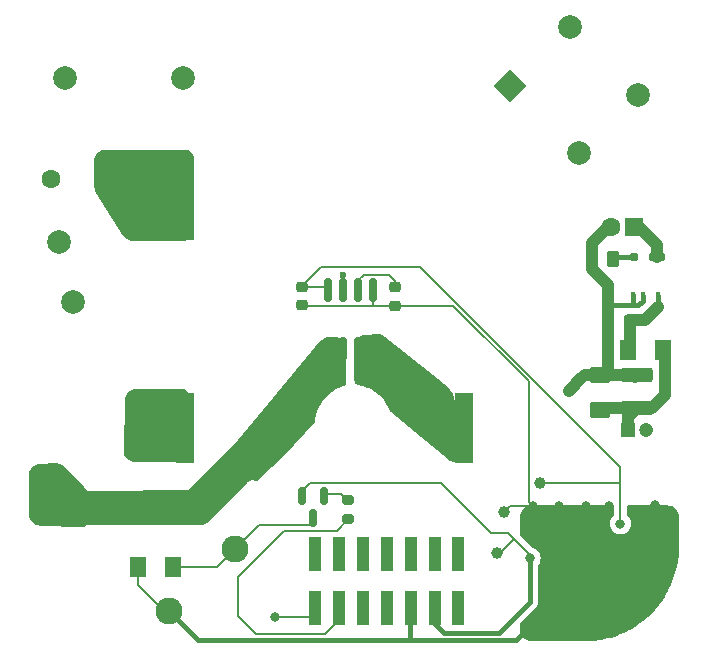
<source format=gbr>
%TF.GenerationSoftware,KiCad,Pcbnew,7.0.7*%
%TF.CreationDate,2023-11-04T15:45:33+01:00*%
%TF.ProjectId,LK-EU01_Smart_Socket_Base,4c4b2d45-5530-4315-9f53-6d6172745f53,rev?*%
%TF.SameCoordinates,Original*%
%TF.FileFunction,Copper,L1,Top*%
%TF.FilePolarity,Positive*%
%FSLAX46Y46*%
G04 Gerber Fmt 4.6, Leading zero omitted, Abs format (unit mm)*
G04 Created by KiCad (PCBNEW 7.0.7) date 2023-11-04 15:45:33*
%MOMM*%
%LPD*%
G01*
G04 APERTURE LIST*
G04 Aperture macros list*
%AMRoundRect*
0 Rectangle with rounded corners*
0 $1 Rounding radius*
0 $2 $3 $4 $5 $6 $7 $8 $9 X,Y pos of 4 corners*
0 Add a 4 corners polygon primitive as box body*
4,1,4,$2,$3,$4,$5,$6,$7,$8,$9,$2,$3,0*
0 Add four circle primitives for the rounded corners*
1,1,$1+$1,$2,$3*
1,1,$1+$1,$4,$5*
1,1,$1+$1,$6,$7*
1,1,$1+$1,$8,$9*
0 Add four rect primitives between the rounded corners*
20,1,$1+$1,$2,$3,$4,$5,0*
20,1,$1+$1,$4,$5,$6,$7,0*
20,1,$1+$1,$6,$7,$8,$9,0*
20,1,$1+$1,$8,$9,$2,$3,0*%
%AMRotRect*
0 Rectangle, with rotation*
0 The origin of the aperture is its center*
0 $1 length*
0 $2 width*
0 $3 Rotation angle, in degrees counterclockwise*
0 Add horizontal line*
21,1,$1,$2,0,0,$3*%
G04 Aperture macros list end*
%TA.AperFunction,ComponentPad*%
%ADD10R,1.500000X6.000000*%
%TD*%
%TA.AperFunction,SMDPad,CuDef*%
%ADD11R,1.000000X3.000000*%
%TD*%
%TA.AperFunction,SMDPad,CuDef*%
%ADD12RoundRect,0.250001X0.462499X0.624999X-0.462499X0.624999X-0.462499X-0.624999X0.462499X-0.624999X0*%
%TD*%
%TA.AperFunction,SMDPad,CuDef*%
%ADD13RoundRect,0.200000X0.275000X-0.200000X0.275000X0.200000X-0.275000X0.200000X-0.275000X-0.200000X0*%
%TD*%
%TA.AperFunction,SMDPad,CuDef*%
%ADD14RoundRect,0.150000X-0.150000X0.587500X-0.150000X-0.587500X0.150000X-0.587500X0.150000X0.587500X0*%
%TD*%
%TA.AperFunction,SMDPad,CuDef*%
%ADD15C,1.000000*%
%TD*%
%TA.AperFunction,SMDPad,CuDef*%
%ADD16RoundRect,0.250000X1.075000X-0.375000X1.075000X0.375000X-1.075000X0.375000X-1.075000X-0.375000X0*%
%TD*%
%TA.AperFunction,SMDPad,CuDef*%
%ADD17RoundRect,0.225000X0.250000X-0.225000X0.250000X0.225000X-0.250000X0.225000X-0.250000X-0.225000X0*%
%TD*%
%TA.AperFunction,SMDPad,CuDef*%
%ADD18RoundRect,0.162500X0.162500X-0.187500X0.162500X0.187500X-0.162500X0.187500X-0.162500X-0.187500X0*%
%TD*%
%TA.AperFunction,SMDPad,CuDef*%
%ADD19RoundRect,0.175000X0.500000X-0.175000X0.500000X0.175000X-0.500000X0.175000X-0.500000X-0.175000X0*%
%TD*%
%TA.AperFunction,SMDPad,CuDef*%
%ADD20RoundRect,0.100000X0.100000X-0.250000X0.100000X0.250000X-0.100000X0.250000X-0.100000X-0.250000X0*%
%TD*%
%TA.AperFunction,SMDPad,CuDef*%
%ADD21RoundRect,0.150000X0.150000X-0.825000X0.150000X0.825000X-0.150000X0.825000X-0.150000X-0.825000X0*%
%TD*%
%TA.AperFunction,SMDPad,CuDef*%
%ADD22RoundRect,0.250001X-0.462499X-0.624999X0.462499X-0.624999X0.462499X0.624999X-0.462499X0.624999X0*%
%TD*%
%TA.AperFunction,SMDPad,CuDef*%
%ADD23RoundRect,0.250000X0.250000X0.475000X-0.250000X0.475000X-0.250000X-0.475000X0.250000X-0.475000X0*%
%TD*%
%TA.AperFunction,SMDPad,CuDef*%
%ADD24RoundRect,0.250000X0.262500X0.450000X-0.262500X0.450000X-0.262500X-0.450000X0.262500X-0.450000X0*%
%TD*%
%TA.AperFunction,SMDPad,CuDef*%
%ADD25RoundRect,0.250001X-0.624999X0.462499X-0.624999X-0.462499X0.624999X-0.462499X0.624999X0.462499X0*%
%TD*%
%TA.AperFunction,ComponentPad*%
%ADD26C,1.600000*%
%TD*%
%TA.AperFunction,ComponentPad*%
%ADD27C,2.000000*%
%TD*%
%TA.AperFunction,ComponentPad*%
%ADD28RotRect,2.000000X2.000000X315.000000*%
%TD*%
%TA.AperFunction,ComponentPad*%
%ADD29C,2.286000*%
%TD*%
%TA.AperFunction,ComponentPad*%
%ADD30C,2.010000*%
%TD*%
%TA.AperFunction,ComponentPad*%
%ADD31C,1.200000*%
%TD*%
%TA.AperFunction,ComponentPad*%
%ADD32R,1.200000X1.200000*%
%TD*%
%TA.AperFunction,ComponentPad*%
%ADD33R,1.600000X1.600000*%
%TD*%
%TA.AperFunction,ViaPad*%
%ADD34C,0.800000*%
%TD*%
%TA.AperFunction,ViaPad*%
%ADD35C,0.600000*%
%TD*%
%TA.AperFunction,Conductor*%
%ADD36C,0.200000*%
%TD*%
%TA.AperFunction,Conductor*%
%ADD37C,0.150000*%
%TD*%
%TA.AperFunction,Conductor*%
%ADD38C,0.400000*%
%TD*%
%TA.AperFunction,Conductor*%
%ADD39C,1.000000*%
%TD*%
%TA.AperFunction,Conductor*%
%ADD40C,2.000000*%
%TD*%
G04 APERTURE END LIST*
D10*
%TO.P,U1,1a,AC_OUT_Line*%
%TO.N,AC_IN_LINE*%
X118050000Y-91790000D03*
D11*
%TO.P,U1,1b,ADC*%
%TO.N,ACS_HALL_PAD1B*%
X129040000Y-125970000D03*
D10*
%TO.P,U1,2a,AC_OUT_Neutral*%
%TO.N,AC_OUT_NEUTRAL*%
X118050000Y-110700000D03*
D11*
%TO.P,U1,2b,GPIO*%
%TO.N,RELAY_EN_PAD_2B*%
X131060000Y-125970000D03*
D10*
%TO.P,U1,3a,AC_IN_Neutral*%
%TO.N,AC_IN_NEUTRAL*%
X141630000Y-110690000D03*
D11*
%TO.P,U1,3b,GPIO*%
%TO.N,unconnected-(U1-GPIO-Pad3b)*%
X133080000Y-125970000D03*
%TO.P,U1,4b,GPIO*%
%TO.N,unconnected-(U1-GPIO-Pad4b)*%
X135100000Y-125970000D03*
%TO.P,U1,5b,3V3*%
%TO.N,GND*%
X137120000Y-125970000D03*
%TO.P,U1,6b,GND*%
%TO.N,3V3*%
X139140000Y-125970000D03*
%TO.P,U1,7b,UART_LOG_RX*%
%TO.N,unconnected-(U1-UART_LOG_RX-Pad7b)*%
X141160000Y-125970000D03*
%TO.P,U1,8b,UART_LOG_TX*%
%TO.N,unconnected-(U1-UART_LOG_TX-Pad8b)*%
X141160000Y-121400000D03*
%TO.P,U1,9b,GPIO12*%
%TO.N,unconnected-(U1-GPIO12-Pad9b)*%
X139140000Y-121400000D03*
%TO.P,U1,10b,UART_TX*%
%TO.N,unconnected-(U1-UART_TX-Pad10b)*%
X137120000Y-121400000D03*
%TO.P,U1,11b,UART_RX*%
%TO.N,unconnected-(U1-UART_RX-Pad11b)*%
X135100000Y-121400000D03*
%TO.P,U1,12b*%
%TO.N,N/C*%
X133080000Y-121400000D03*
%TO.P,U1,13b,GPIO0*%
%TO.N,unconnected-(U1-GPIO0-Pad13b)*%
X131060000Y-121400000D03*
%TO.P,U1,14b,EN*%
%TO.N,unconnected-(U1-EN-Pad14b)*%
X129040000Y-121400000D03*
%TD*%
D12*
%TO.P,HLD1,2,A*%
%TO.N,GND*%
X114002500Y-122440000D03*
%TO.P,HLD1,1,K*%
%TO.N,Net-(HLD1-K)*%
X116977500Y-122440000D03*
%TD*%
D13*
%TO.P,RR1,2*%
%TO.N,Net-(RQ1-E)*%
X131850000Y-116790000D03*
%TO.P,RR1,1*%
%TO.N,RELAY_EN_PAD_2B*%
X131850000Y-118440000D03*
%TD*%
D14*
%TO.P,RQ1,3,C*%
%TO.N,Net-(HLD1-K)*%
X128850000Y-118357500D03*
%TO.P,RQ1,2,B*%
%TO.N,3V3*%
X127900000Y-116482500D03*
%TO.P,RQ1,1,E*%
%TO.N,Net-(RQ1-E)*%
X129800000Y-116482500D03*
%TD*%
D15*
%TO.P,TP3,1,1*%
%TO.N,5V0*%
X148090000Y-115390000D03*
%TD*%
%TO.P,TP1,1,1*%
%TO.N,3V3*%
X144410000Y-121280000D03*
%TD*%
D16*
%TO.P,HLL1,2,2*%
%TO.N,GND3*%
X156260000Y-106220000D03*
%TO.P,HLL1,1,1*%
%TO.N,5V0*%
X156260000Y-109020000D03*
%TD*%
D17*
%TO.P,EC1,2*%
%TO.N,5V0*%
X127956750Y-98775000D03*
%TO.P,EC1,1*%
%TO.N,GND*%
X127956750Y-100325000D03*
%TD*%
D18*
%TO.P,U3,5,CS*%
%TO.N,Net-(U3-CS)*%
X155990000Y-96210000D03*
D19*
%TO.P,U3,4,DRAIN*%
%TO.N,Net-(U3-DRAIN)*%
X157970000Y-96200000D03*
D20*
%TO.P,U3,3,VCC*%
%TO.N,Net-(ACPWR3-K)*%
X158040000Y-99510000D03*
%TO.P,U3,2,SEL*%
%TO.N,GND3*%
X156790000Y-99510000D03*
%TO.P,U3,1,GND*%
X155980000Y-99510000D03*
%TD*%
D21*
%TO.P,ACS1,8,VCC*%
%TO.N,5V0*%
X130096750Y-99040000D03*
%TO.P,ACS1,7,VIOUT*%
%TO.N,Net-(ACS1-VIOUT)*%
X131366750Y-99040000D03*
%TO.P,ACS1,6,FILTER*%
%TO.N,Net-(ACS1-FILTER)*%
X132636750Y-99040000D03*
%TO.P,ACS1,5,GND*%
%TO.N,GND*%
X133906750Y-99040000D03*
%TO.P,ACS1,4,IP-*%
%TO.N,AC_IN_NEUTRAL*%
X133906750Y-103990000D03*
%TO.P,ACS1,3,IP-*%
X132636750Y-103990000D03*
%TO.P,ACS1,2,IP+*%
%TO.N,AC_IN_NEUTRAL_HAL*%
X131366750Y-103990000D03*
%TO.P,ACS1,1,IP+*%
X130096750Y-103990000D03*
%TD*%
D22*
%TO.P,ACPWR3,2,A*%
%TO.N,5V0*%
X158500000Y-104100000D03*
%TO.P,ACPWR3,1,K*%
%TO.N,Net-(ACPWR3-K)*%
X155525000Y-104100000D03*
%TD*%
D23*
%TO.P,AC3,2*%
%TO.N,GND3*%
X153820000Y-101800000D03*
%TO.P,AC3,1*%
%TO.N,Net-(ACPWR3-K)*%
X155720000Y-101800000D03*
%TD*%
D15*
%TO.P,TP2,1,1*%
%TO.N,GND*%
X145030000Y-117800000D03*
%TD*%
D24*
%TO.P,BPR1,2*%
%TO.N,GND3*%
X152437500Y-96400000D03*
%TO.P,BPR1,1*%
%TO.N,Net-(U3-CS)*%
X154262500Y-96400000D03*
%TD*%
D17*
%TO.P,EC2,2*%
%TO.N,Net-(ACS1-FILTER)*%
X135786750Y-98805000D03*
%TO.P,EC2,1*%
%TO.N,GND*%
X135786750Y-100355000D03*
%TD*%
D25*
%TO.P,ACPWR2,2,A*%
%TO.N,5V0*%
X153160000Y-109210000D03*
%TO.P,ACPWR2,1,K*%
%TO.N,GND3*%
X153160000Y-106235000D03*
%TD*%
D26*
%TO.P,HLV1,2*%
%TO.N,AC_IN_LINE*%
X111680000Y-88300000D03*
%TO.P,HLV1,1*%
%TO.N,Net-(HLC2-Pad1)*%
X106680000Y-89600000D03*
%TD*%
D27*
%TO.P,HLL2,4,4*%
%TO.N,AC_IN_LINE*%
X156388393Y-82480164D03*
%TO.P,HLL2,3,3*%
%TO.N,Net-(D2-Pad2)*%
X151350257Y-87408698D03*
%TO.P,HLL2,2,2*%
%TO.N,Net-(HLC2-Pad1)*%
X150602138Y-76764620D03*
D28*
%TO.P,HLL2,1,1*%
%TO.N,Net-(D2-Pad4)*%
X145553396Y-81710832D03*
%TD*%
D27*
%TO.P,HLC2,2*%
%TO.N,AC_IN_LINE*%
X117860000Y-81030000D03*
%TO.P,HLC2,1*%
%TO.N,Net-(HLC2-Pad1)*%
X107860000Y-81030000D03*
%TD*%
D29*
%TO.P,U2,4*%
%TO.N,AC_IN_NEUTRAL_HAL*%
X106759581Y-115505892D03*
%TO.P,U2,3*%
%TO.N,AC_OUT_NEUTRAL*%
X114009719Y-112122328D03*
%TO.P,U2,2*%
%TO.N,Net-(HLD1-K)*%
X122240946Y-120963901D03*
%TO.P,U2,1*%
%TO.N,GND*%
X116675344Y-126153908D03*
%TD*%
D30*
%TO.P,PF1,2*%
%TO.N,AC_IN_NEUTRAL_HAL*%
X108570000Y-100070000D03*
%TO.P,PF1,1*%
%TO.N,Net-(HLC2-Pad1)*%
X107370000Y-94970000D03*
%TD*%
D31*
%TO.P,C1,2*%
%TO.N,GND3*%
X157030000Y-110900000D03*
D32*
%TO.P,C1,1*%
%TO.N,5V0*%
X155530000Y-110900000D03*
%TD*%
D26*
%TO.P,C2,2*%
%TO.N,GND3*%
X154070000Y-93650000D03*
D33*
%TO.P,C2,1*%
%TO.N,Net-(U3-DRAIN)*%
X156070000Y-93650000D03*
%TD*%
D34*
%TO.N,ACS_HALL_PAD1B*%
X125610000Y-126670000D03*
%TO.N,GND3*%
X151380000Y-106590000D03*
X150490000Y-107570000D03*
%TO.N,5V0*%
X154870000Y-118800000D03*
%TO.N,GND*%
X146860000Y-127810000D03*
X156530000Y-125290000D03*
X146840000Y-119250000D03*
X147490000Y-117330000D03*
X157770000Y-117250000D03*
X154990000Y-120920000D03*
X151950000Y-117290000D03*
X149690000Y-117290000D03*
X153880000Y-117280000D03*
X150260000Y-120590000D03*
X157960000Y-120800000D03*
%TO.N,3V3*%
X147220000Y-121730000D03*
%TO.N,AC_IN_NEUTRAL*%
X136190000Y-108500000D03*
X133540000Y-106330000D03*
X136710000Y-106820000D03*
X139390000Y-107300000D03*
X139270000Y-109180000D03*
X135330000Y-104090000D03*
X139430000Y-111100000D03*
X135360000Y-105790000D03*
X138020000Y-106110000D03*
X138050000Y-107910000D03*
X137650000Y-109560000D03*
X136620000Y-105100000D03*
%TO.N,AC_IN_LINE*%
X115840000Y-91070000D03*
X114130000Y-91640000D03*
X112340000Y-92100000D03*
X115330000Y-92980000D03*
X114410000Y-94310000D03*
X115440000Y-87840000D03*
X113180000Y-93750000D03*
X111440000Y-90460000D03*
X115390000Y-89310000D03*
X117650000Y-87840000D03*
X113430000Y-87900000D03*
X114030000Y-90180000D03*
X116220000Y-94260000D03*
%TO.N,AC_OUT_NEUTRAL*%
X113550000Y-107950000D03*
X113710000Y-110050000D03*
X116060000Y-113030000D03*
X116170000Y-111500000D03*
X116050000Y-110020000D03*
X116160000Y-108010000D03*
X114760000Y-108740000D03*
D35*
%TO.N,Net-(ACS1-VIOUT)*%
X131360000Y-97740000D03*
D34*
%TO.N,AC_IN_NEUTRAL_HAL*%
X125860000Y-109580000D03*
X109010000Y-116440000D03*
X127960000Y-109590000D03*
X127050000Y-108110000D03*
X122690000Y-112780000D03*
X119770000Y-115510000D03*
X113620000Y-116640000D03*
X109800000Y-118050000D03*
X124330000Y-111040000D03*
X107190000Y-117800000D03*
X130390000Y-106260000D03*
X126110000Y-111140000D03*
X124490000Y-112640000D03*
X115680000Y-116600000D03*
X114550000Y-117900000D03*
X128970000Y-107450000D03*
X123040000Y-114300000D03*
X116840000Y-118180000D03*
X121400000Y-115820000D03*
X111180000Y-116640000D03*
X121410000Y-114050000D03*
X128710000Y-105910000D03*
X118070000Y-116680000D03*
X112350000Y-118110000D03*
X119760000Y-117510000D03*
%TD*%
D36*
%TO.N,3V3*%
X147220000Y-121470000D02*
X147220000Y-121730000D01*
X143910000Y-119600000D02*
X145350000Y-119600000D01*
X128560000Y-115380000D02*
X139690000Y-115380000D01*
X127900000Y-116040000D02*
X128560000Y-115380000D01*
X139690000Y-115380000D02*
X143910000Y-119600000D01*
X145350000Y-119600000D02*
X147220000Y-121470000D01*
X127900000Y-116282500D02*
X127900000Y-116040000D01*
D37*
X145852500Y-120102500D02*
X144620000Y-121335000D01*
%TO.N,GND*%
X147100000Y-116940000D02*
X147490000Y-117330000D01*
X147100000Y-106714974D02*
X147100000Y-116940000D01*
X140740026Y-100355000D02*
X147100000Y-106714974D01*
X135786750Y-100355000D02*
X140740026Y-100355000D01*
D36*
%TO.N,Net-(RQ1-E)*%
X131222500Y-116282500D02*
X131730000Y-116790000D01*
X129800000Y-116282500D02*
X131222500Y-116282500D01*
X131730000Y-116790000D02*
X131850000Y-116790000D01*
%TO.N,RELAY_EN_PAD_2B*%
X131020000Y-126970000D02*
X131020000Y-126040000D01*
X129863146Y-128126854D02*
X131020000Y-126970000D01*
X123996854Y-128126854D02*
X129863146Y-128126854D01*
X126385000Y-119395000D02*
X122480000Y-123300000D01*
X122480000Y-126610000D02*
X123996854Y-128126854D01*
X130895000Y-119395000D02*
X126385000Y-119395000D01*
X131850000Y-118440000D02*
X130895000Y-119395000D01*
X122480000Y-123300000D02*
X122480000Y-126610000D01*
D38*
%TO.N,3V3*%
X144593146Y-128026854D02*
X147220000Y-125400000D01*
X147220000Y-125400000D02*
X147220000Y-121730000D01*
X139100000Y-127210000D02*
X139916854Y-128026854D01*
X139916854Y-128026854D02*
X144593146Y-128026854D01*
X139100000Y-126040000D02*
X139100000Y-127210000D01*
%TO.N,GND*%
X137080000Y-126273146D02*
X137080000Y-128600000D01*
D37*
%TO.N,ACS_HALL_PAD1B*%
X128600000Y-126670000D02*
X125610000Y-126670000D01*
X129000000Y-126270000D02*
X128600000Y-126670000D01*
X129000000Y-126040000D02*
X129000000Y-126270000D01*
D38*
%TO.N,GND*%
X146043146Y-128626854D02*
X136820000Y-128626854D01*
X146860000Y-127810000D02*
X146043146Y-128626854D01*
X119148290Y-128626854D02*
X116675344Y-126153908D01*
X137213146Y-128626854D02*
X119148290Y-128626854D01*
D39*
%TO.N,GND3*%
X153820000Y-101800000D02*
X153820000Y-105880000D01*
D38*
X155970000Y-99440000D02*
X155970000Y-100160000D01*
D39*
X156135000Y-106345000D02*
X156260000Y-106220000D01*
X153820000Y-98630000D02*
X153820000Y-101800000D01*
X152437500Y-95022500D02*
X152437500Y-97247500D01*
X154070000Y-93650000D02*
X153810000Y-93650000D01*
X157030000Y-110900000D02*
X157130000Y-110900000D01*
D38*
X156790000Y-99910000D02*
X156390000Y-100310000D01*
D39*
X151380000Y-106680000D02*
X150750000Y-107310000D01*
D38*
X156390000Y-100310000D02*
X153820000Y-100310000D01*
D39*
X150660000Y-107400000D02*
X150490000Y-107570000D01*
X152437500Y-97247500D02*
X153820000Y-98630000D01*
X151840000Y-106220000D02*
X151470000Y-106590000D01*
D38*
X156790000Y-99510000D02*
X156790000Y-99910000D01*
D39*
X154160000Y-106220000D02*
X154145000Y-106235000D01*
X153810000Y-93650000D02*
X152437500Y-95022500D01*
X156260000Y-106220000D02*
X151840000Y-106220000D01*
D37*
%TO.N,5V0*%
X129540000Y-97060000D02*
X127956750Y-98643250D01*
D39*
X158650000Y-107910000D02*
X158650000Y-104250000D01*
X156260000Y-109020000D02*
X157540000Y-109020000D01*
X155530000Y-110900000D02*
X155530000Y-109750000D01*
X153480000Y-109020000D02*
X153180000Y-109320000D01*
D37*
X154870000Y-118800000D02*
X154870000Y-113990000D01*
X129751750Y-98775000D02*
X130076750Y-99100000D01*
X127956750Y-98643250D02*
X127956750Y-98775000D01*
D39*
X158650000Y-104250000D02*
X158500000Y-104100000D01*
D37*
X127956750Y-98775000D02*
X129751750Y-98775000D01*
D39*
X157540000Y-109020000D02*
X158650000Y-107910000D01*
D37*
X148100000Y-115400000D02*
X148090000Y-115390000D01*
X154870000Y-115400000D02*
X148100000Y-115400000D01*
D39*
X156260000Y-109020000D02*
X153480000Y-109020000D01*
D37*
X154870000Y-113990000D02*
X137940000Y-97060000D01*
X127956750Y-98775000D02*
X127921750Y-98740000D01*
D39*
X155530000Y-109750000D02*
X156260000Y-109020000D01*
D37*
X137940000Y-97060000D02*
X129540000Y-97060000D01*
D36*
%TO.N,GND*%
X116203908Y-126153908D02*
X116675344Y-126153908D01*
D37*
X134040000Y-100355000D02*
X135786750Y-100355000D01*
X145500000Y-117330000D02*
X147490000Y-117330000D01*
X127705000Y-100355000D02*
X134040000Y-100355000D01*
X145030000Y-117800000D02*
X145500000Y-117330000D01*
D36*
X114002500Y-122440000D02*
X114002500Y-123952500D01*
X114002500Y-123952500D02*
X116203908Y-126153908D01*
D37*
X133906750Y-100221750D02*
X134040000Y-100355000D01*
X133906750Y-99040000D02*
X133906750Y-100221750D01*
%TO.N,3V3*%
X147220000Y-121730000D02*
X147200000Y-121730000D01*
%TO.N,AC_IN_NEUTRAL*%
X133906750Y-103990000D02*
X132636750Y-103990000D01*
X140526750Y-110610000D02*
X133906750Y-103990000D01*
X141500000Y-110610000D02*
X140526750Y-110610000D01*
D40*
X140570000Y-110580000D02*
X140540000Y-110550000D01*
D38*
%TO.N,Net-(U3-CS)*%
X155990000Y-96210000D02*
X154042500Y-96210000D01*
D39*
%TO.N,Net-(U3-DRAIN)*%
X156450000Y-93650000D02*
X157970000Y-95170000D01*
X157970000Y-95170000D02*
X157970000Y-96200000D01*
X156070000Y-93650000D02*
X156450000Y-93650000D01*
D36*
%TO.N,Net-(HLD1-K)*%
X122240946Y-120963901D02*
X124314847Y-118890000D01*
X128517500Y-118890000D02*
X128850000Y-118557500D01*
X116977500Y-122440000D02*
X120764847Y-122440000D01*
X120764847Y-122440000D02*
X122240946Y-120963901D01*
X124314847Y-118890000D02*
X128517500Y-118890000D01*
D39*
%TO.N,Net-(ACPWR3-K)*%
X155720000Y-101800000D02*
X155720000Y-103825000D01*
X155700000Y-101660000D02*
X155780000Y-101580000D01*
X155780000Y-101580000D02*
X156940000Y-101580000D01*
X158030000Y-100490000D02*
X158030000Y-100440000D01*
D38*
X158020000Y-99520000D02*
X158020000Y-100192500D01*
D39*
X156940000Y-101580000D02*
X158030000Y-100490000D01*
X155720000Y-103825000D02*
X155435000Y-104110000D01*
D37*
%TO.N,Net-(ACS1-FILTER)*%
X132616750Y-98260000D02*
X133156750Y-97720000D01*
X133156750Y-97720000D02*
X135276750Y-97720000D01*
X132616750Y-99100000D02*
X132616750Y-98260000D01*
X135786750Y-98230000D02*
X135786750Y-98805000D01*
X135276750Y-97720000D02*
X135786750Y-98230000D01*
%TO.N,Net-(ACS1-VIOUT)*%
X131360000Y-97620000D02*
X131390000Y-97590000D01*
X131360000Y-97740000D02*
X131346750Y-97753250D01*
X131346750Y-97753250D02*
X131346750Y-99100000D01*
X131360000Y-97740000D02*
X131360000Y-97620000D01*
D40*
%TO.N,AC_IN_NEUTRAL_HAL*%
X106759581Y-115505892D02*
X109133689Y-117880000D01*
X109133689Y-117880000D02*
X119270000Y-117880000D01*
X128042053Y-107137947D02*
X130150000Y-105030000D01*
X119270000Y-117880000D02*
X128042053Y-109107947D01*
X128042053Y-109107947D02*
X128042053Y-107137947D01*
%TD*%
%TA.AperFunction,Conductor*%
%TO.N,AC_IN_NEUTRAL_HAL*%
G36*
X130698062Y-103010272D02*
G01*
X130867977Y-103025401D01*
X130892116Y-103029995D01*
X131046827Y-103075716D01*
X131069580Y-103084979D01*
X131212231Y-103160317D01*
X131232716Y-103173891D01*
X131357696Y-103275880D01*
X131375103Y-103293228D01*
X131477512Y-103417865D01*
X131491157Y-103438309D01*
X131566969Y-103580695D01*
X131576314Y-103603430D01*
X131622550Y-103757970D01*
X131627227Y-103782099D01*
X131642927Y-103951960D01*
X131643189Y-103958111D01*
X131621399Y-107022987D01*
X131601238Y-107089884D01*
X131548110Y-107135263D01*
X131534423Y-107140450D01*
X131479645Y-107157585D01*
X131474461Y-107158964D01*
X131408763Y-107173426D01*
X131408757Y-107173427D01*
X131187772Y-107247886D01*
X131174946Y-107248391D01*
X131139873Y-107263771D01*
X131134770Y-107265745D01*
X131108509Y-107274593D01*
X131074597Y-107286020D01*
X131074594Y-107286021D01*
X131074586Y-107286024D01*
X130754575Y-107434076D01*
X130754562Y-107434083D01*
X130452441Y-107615862D01*
X130452425Y-107615873D01*
X130171711Y-107829265D01*
X130171701Y-107829273D01*
X129915700Y-108071770D01*
X129687425Y-108340515D01*
X129687418Y-108340525D01*
X129489541Y-108632370D01*
X129324360Y-108943936D01*
X129324358Y-108943939D01*
X129193842Y-109271510D01*
X129193840Y-109271516D01*
X129099511Y-109611260D01*
X129099509Y-109611268D01*
X129042461Y-109959249D01*
X129042460Y-109959253D01*
X129038559Y-110031196D01*
X129035635Y-110052061D01*
X129031672Y-110069432D01*
X129015666Y-110107992D01*
X128996447Y-110138470D01*
X128983813Y-110155185D01*
X126357500Y-113079379D01*
X126357501Y-113079380D01*
X126329394Y-113109409D01*
X126300087Y-113138245D01*
X125376253Y-114010601D01*
X124135884Y-115181852D01*
X124073627Y-115213567D01*
X124004107Y-115206588D01*
X123986073Y-115197491D01*
X123918771Y-115156346D01*
X123812797Y-115120501D01*
X123701531Y-115108934D01*
X123701530Y-115108934D01*
X123701529Y-115108934D01*
X123590450Y-115122211D01*
X123485040Y-115159680D01*
X123485038Y-115159681D01*
X123390503Y-115219490D01*
X123350853Y-115259313D01*
X123294466Y-115315840D01*
X123236897Y-115369919D01*
X123230042Y-115380426D01*
X119921569Y-118697178D01*
X119886609Y-118730004D01*
X119883563Y-118732683D01*
X119837065Y-118770943D01*
X119832175Y-118774579D01*
X119784128Y-118806766D01*
X119777085Y-118810842D01*
X119726139Y-118836022D01*
X119718625Y-118839141D01*
X119664846Y-118857433D01*
X119656993Y-118859542D01*
X119600267Y-118870849D01*
X119594232Y-118871746D01*
X119534309Y-118877659D01*
X119530253Y-118877926D01*
X119482284Y-118879500D01*
X110051961Y-118879500D01*
X110042791Y-118876807D01*
X109960537Y-118879500D01*
X109823600Y-118879500D01*
X109713649Y-118904596D01*
X109612033Y-118953532D01*
X109612030Y-118953533D01*
X109523852Y-119023855D01*
X109484656Y-119073003D01*
X109427467Y-119113142D01*
X109411903Y-119117304D01*
X109404206Y-119118835D01*
X109374601Y-119121100D01*
X105736151Y-118962093D01*
X105730257Y-118961552D01*
X105556191Y-118937179D01*
X105533204Y-118931686D01*
X105375349Y-118877615D01*
X105353821Y-118867860D01*
X105209095Y-118784822D01*
X105189809Y-118771160D01*
X105063464Y-118662169D01*
X105047122Y-118645096D01*
X104943751Y-118514114D01*
X104930946Y-118494255D01*
X104854301Y-118346031D01*
X104845497Y-118324100D01*
X104798372Y-118164042D01*
X104793887Y-118140838D01*
X104777634Y-117971065D01*
X104777354Y-117965192D01*
X104777354Y-114717603D01*
X104777644Y-114711610D01*
X104794366Y-114539364D01*
X104798973Y-114515862D01*
X104847413Y-114353745D01*
X104856456Y-114331564D01*
X104935177Y-114181789D01*
X104948309Y-114161775D01*
X105054382Y-114029925D01*
X105071118Y-114012814D01*
X105200561Y-113903840D01*
X105220273Y-113890267D01*
X105368271Y-113808222D01*
X105390238Y-113798690D01*
X105551242Y-113746651D01*
X105574635Y-113741522D01*
X105751616Y-113720351D01*
X105757582Y-113719930D01*
X107098353Y-113690061D01*
X107104860Y-113690259D01*
X107298231Y-113706371D01*
X107323846Y-113711258D01*
X107500136Y-113764621D01*
X107524165Y-113774762D01*
X107584741Y-113808228D01*
X107685380Y-113863828D01*
X107706762Y-113878777D01*
X107853199Y-114006059D01*
X107857892Y-114010593D01*
X108350360Y-114539372D01*
X109420086Y-115687973D01*
X109420089Y-115687976D01*
X109720000Y-116010000D01*
X110160034Y-116006409D01*
X110160035Y-116006410D01*
X110625603Y-116002611D01*
X118300000Y-115940000D01*
X118979148Y-115255954D01*
X122429428Y-111780793D01*
X122429439Y-111780780D01*
X122460000Y-111750000D01*
X125040160Y-108655935D01*
X129442103Y-103377230D01*
X129446651Y-103372340D01*
X129589915Y-103234098D01*
X129611058Y-103217708D01*
X129772050Y-103118725D01*
X129796211Y-103107259D01*
X129974693Y-103045138D01*
X130000767Y-103039122D01*
X130115893Y-103025401D01*
X130198447Y-103015562D01*
X130205125Y-103015129D01*
X130691925Y-103010032D01*
X130698062Y-103010272D01*
G37*
%TD.AperFunction*%
%TD*%
%TA.AperFunction,Conductor*%
%TO.N,AC_OUT_NEUTRAL*%
G36*
X117581220Y-107359321D02*
G01*
X117763737Y-107375917D01*
X117787930Y-107380576D01*
X117954643Y-107430278D01*
X117977441Y-107439629D01*
X118131035Y-107521315D01*
X118151534Y-107534991D01*
X118285935Y-107645431D01*
X118303326Y-107662890D01*
X118413241Y-107797735D01*
X118426834Y-107818285D01*
X118507915Y-107972204D01*
X118517174Y-107995034D01*
X118566216Y-108161944D01*
X118570779Y-108186159D01*
X118586652Y-108368724D01*
X118586880Y-108374891D01*
X118532696Y-112608046D01*
X118532324Y-112614080D01*
X118512568Y-112792497D01*
X118507589Y-112816116D01*
X118456376Y-112978646D01*
X118446915Y-113000852D01*
X118365186Y-113150379D01*
X118351603Y-113170332D01*
X118242454Y-113301192D01*
X118225262Y-113318136D01*
X118092829Y-113425370D01*
X118072681Y-113438662D01*
X117921975Y-113518211D01*
X117899633Y-113527347D01*
X117736380Y-113576190D01*
X117712691Y-113580825D01*
X117662646Y-113585630D01*
X117533998Y-113597984D01*
X117527977Y-113598267D01*
X116032601Y-113595658D01*
X113817487Y-113591792D01*
X113811313Y-113591474D01*
X113628718Y-113572890D01*
X113604536Y-113567960D01*
X113438130Y-113516342D01*
X113415406Y-113506722D01*
X113262515Y-113423167D01*
X113242145Y-113409236D01*
X113108830Y-113297057D01*
X113091622Y-113279368D01*
X112983165Y-113143011D01*
X112969803Y-113122267D01*
X112890499Y-112967131D01*
X112881508Y-112944147D01*
X112834499Y-112776380D01*
X112830238Y-112752071D01*
X112820030Y-112614080D01*
X112816697Y-112569027D01*
X112816550Y-112562861D01*
X112924965Y-108368553D01*
X112925405Y-108362616D01*
X112946894Y-108187125D01*
X112952033Y-108163914D01*
X113003850Y-108004275D01*
X113013316Y-107982488D01*
X113094652Y-107835659D01*
X113108106Y-107816073D01*
X113215969Y-107687462D01*
X113232897Y-107670819D01*
X113363332Y-107565148D01*
X113383134Y-107552036D01*
X113531325Y-107473205D01*
X113553271Y-107464110D01*
X113713777Y-107415011D01*
X113737065Y-107410269D01*
X113912913Y-107391763D01*
X113918827Y-107391426D01*
X117575066Y-107359070D01*
X117581220Y-107359321D01*
G37*
%TD.AperFunction*%
%TD*%
%TA.AperFunction,Conductor*%
%TO.N,GND*%
G36*
X154237539Y-117269685D02*
G01*
X154283294Y-117322489D01*
X154294500Y-117374000D01*
X154294500Y-118045781D01*
X154274815Y-118112820D01*
X154262650Y-118128753D01*
X154137466Y-118267784D01*
X154042821Y-118431715D01*
X154042818Y-118431722D01*
X153984327Y-118611740D01*
X153984326Y-118611744D01*
X153964540Y-118800000D01*
X153984326Y-118988256D01*
X153984327Y-118988259D01*
X154042818Y-119168277D01*
X154042821Y-119168284D01*
X154137467Y-119332216D01*
X154237432Y-119443238D01*
X154264129Y-119472888D01*
X154417265Y-119584148D01*
X154417270Y-119584151D01*
X154590192Y-119661142D01*
X154590197Y-119661144D01*
X154775354Y-119700500D01*
X154775355Y-119700500D01*
X154964644Y-119700500D01*
X154964646Y-119700500D01*
X155149803Y-119661144D01*
X155322730Y-119584151D01*
X155475871Y-119472888D01*
X155602533Y-119332216D01*
X155697179Y-119168284D01*
X155755674Y-118988256D01*
X155775460Y-118800000D01*
X155755674Y-118611744D01*
X155697179Y-118431716D01*
X155602533Y-118267784D01*
X155584693Y-118247971D01*
X155477350Y-118128753D01*
X155447120Y-118065761D01*
X155445500Y-118045781D01*
X155445500Y-117374000D01*
X155465185Y-117306961D01*
X155517989Y-117261206D01*
X155569500Y-117250000D01*
X158843805Y-117250000D01*
X158849886Y-117250299D01*
X158910921Y-117256310D01*
X159029795Y-117268018D01*
X159053623Y-117272757D01*
X159217855Y-117322576D01*
X159240307Y-117331877D01*
X159390724Y-117412276D01*
X159391652Y-117412772D01*
X159411864Y-117426277D01*
X159544520Y-117535145D01*
X159561708Y-117552333D01*
X159670576Y-117684989D01*
X159684081Y-117705201D01*
X159764975Y-117856543D01*
X159774278Y-117879001D01*
X159824094Y-118043224D01*
X159828836Y-118067064D01*
X159846055Y-118241890D01*
X159846354Y-118247971D01*
X159846354Y-120756854D01*
X159835366Y-121078511D01*
X159827746Y-121291880D01*
X159826651Y-121312291D01*
X159826415Y-121315308D01*
X159796429Y-121606997D01*
X159769238Y-121859914D01*
X159768782Y-121863518D01*
X159768372Y-121866263D01*
X159718725Y-122154217D01*
X159672275Y-122411672D01*
X159671497Y-122415343D01*
X159602649Y-122697862D01*
X159537351Y-122953698D01*
X159536372Y-122957122D01*
X159448774Y-123233121D01*
X159364938Y-123485009D01*
X159363787Y-123488175D01*
X159257809Y-123756917D01*
X159155915Y-124002909D01*
X159154625Y-124005811D01*
X159030732Y-124266324D01*
X158911268Y-124504980D01*
X158909869Y-124507614D01*
X158768621Y-124758826D01*
X158632211Y-124988729D01*
X158630734Y-124991096D01*
X158472777Y-125231923D01*
X158319366Y-125452877D01*
X158144580Y-125683367D01*
X157975747Y-125892875D01*
X157785696Y-126110834D01*
X157602284Y-126307834D01*
X157397834Y-126512284D01*
X157200834Y-126695696D01*
X156982875Y-126885747D01*
X156773367Y-127054580D01*
X156542877Y-127229366D01*
X156321923Y-127382777D01*
X156081096Y-127540734D01*
X156078729Y-127542211D01*
X155848826Y-127678621D01*
X155597614Y-127819869D01*
X155594980Y-127821268D01*
X155356324Y-127940732D01*
X155095811Y-128064625D01*
X155092909Y-128065915D01*
X154846917Y-128167809D01*
X154578175Y-128273787D01*
X154575009Y-128274938D01*
X154323121Y-128358774D01*
X154047122Y-128446372D01*
X154043698Y-128447351D01*
X153787862Y-128512649D01*
X153505343Y-128581497D01*
X153501672Y-128582275D01*
X153244217Y-128628725D01*
X152956263Y-128678372D01*
X152953518Y-128678782D01*
X152950357Y-128679181D01*
X152949891Y-128679240D01*
X152696997Y-128706429D01*
X152405308Y-128736415D01*
X152402291Y-128736651D01*
X152387443Y-128737447D01*
X152381876Y-128737746D01*
X152307504Y-128740402D01*
X152168511Y-128745366D01*
X151846854Y-128756354D01*
X147362043Y-128756354D01*
X147355952Y-128756054D01*
X147180839Y-128738779D01*
X147156963Y-128734022D01*
X146992509Y-128684052D01*
X146970025Y-128674723D01*
X146818497Y-128593580D01*
X146798274Y-128580040D01*
X146665526Y-128470855D01*
X146648333Y-128453619D01*
X146539480Y-128320605D01*
X146525985Y-128300341D01*
X146445218Y-128148617D01*
X146435949Y-128126123D01*
X146386382Y-127961535D01*
X146381685Y-127937649D01*
X146366307Y-127777728D01*
X146364354Y-127757420D01*
X146364071Y-127751332D01*
X146364330Y-127646080D01*
X146365193Y-127296512D01*
X146385042Y-127229528D01*
X146401502Y-127209153D01*
X147699048Y-125911606D01*
X147701740Y-125909072D01*
X147748183Y-125867929D01*
X147783427Y-125816867D01*
X147785634Y-125813869D01*
X147823878Y-125765056D01*
X147828037Y-125755813D01*
X147839061Y-125736268D01*
X147844818Y-125727930D01*
X147866810Y-125669939D01*
X147868232Y-125666503D01*
X147893695Y-125609931D01*
X147895522Y-125599959D01*
X147901546Y-125578347D01*
X147905140Y-125568872D01*
X147912613Y-125507324D01*
X147913177Y-125503619D01*
X147916535Y-125485289D01*
X147924358Y-125442606D01*
X147920613Y-125380696D01*
X147920500Y-125376951D01*
X147920500Y-122345391D01*
X147940185Y-122278352D01*
X147952352Y-122262417D01*
X147952533Y-122262216D01*
X148047179Y-122098284D01*
X148105674Y-121918256D01*
X148125460Y-121730000D01*
X148105674Y-121541744D01*
X148047179Y-121361716D01*
X147952533Y-121197784D01*
X147825871Y-121057112D01*
X147825870Y-121057111D01*
X147672734Y-120945851D01*
X147672731Y-120945849D01*
X147672730Y-120945849D01*
X147499803Y-120868856D01*
X147499801Y-120868855D01*
X147499800Y-120868855D01*
X147499793Y-120868852D01*
X147495448Y-120867929D01*
X147433969Y-120834732D01*
X147433557Y-120834322D01*
X146420188Y-119820953D01*
X146386703Y-119759630D01*
X146383869Y-119732966D01*
X146383950Y-119700500D01*
X146386638Y-118611740D01*
X146387530Y-118250565D01*
X146387843Y-118244495D01*
X146388106Y-118241890D01*
X146405949Y-118064911D01*
X146410734Y-118041132D01*
X146460803Y-117877261D01*
X146470125Y-117854872D01*
X146551162Y-117703880D01*
X146564664Y-117683740D01*
X146673558Y-117551428D01*
X146690725Y-117534303D01*
X146823310Y-117425732D01*
X146843484Y-117412280D01*
X146994668Y-117331620D01*
X147017086Y-117322351D01*
X147181082Y-117272687D01*
X147204868Y-117267962D01*
X147329211Y-117255735D01*
X147384508Y-117250298D01*
X147390579Y-117250000D01*
X154170500Y-117250000D01*
X154237539Y-117269685D01*
G37*
%TD.AperFunction*%
%TD*%
%TA.AperFunction,Conductor*%
%TO.N,AC_IN_NEUTRAL*%
G36*
X134319896Y-102772636D02*
G01*
X134464138Y-102780694D01*
X134484078Y-102781809D01*
X134505954Y-102785006D01*
X134657790Y-102821255D01*
X134678753Y-102828286D01*
X134821744Y-102890928D01*
X134841125Y-102901570D01*
X134977645Y-102993264D01*
X134982067Y-102996529D01*
X138988955Y-106241496D01*
X140325582Y-107323961D01*
X140330393Y-107328291D01*
X140466433Y-107464277D01*
X140482719Y-107484372D01*
X140582260Y-107637429D01*
X140594023Y-107660464D01*
X140663154Y-107839944D01*
X140665164Y-107846104D01*
X141995622Y-112784307D01*
X141997218Y-112792274D01*
X142016160Y-112934746D01*
X142016198Y-112967142D01*
X141999177Y-113097511D01*
X141990824Y-113128810D01*
X141940619Y-113250318D01*
X141924444Y-113278384D01*
X141844485Y-113382739D01*
X141821592Y-113405660D01*
X141717325Y-113485748D01*
X141689276Y-113501956D01*
X141567832Y-113552301D01*
X141536544Y-113560691D01*
X141394034Y-113579468D01*
X141385927Y-113580000D01*
X140932327Y-113580000D01*
X140925219Y-113579591D01*
X140898039Y-113576456D01*
X140715344Y-113555386D01*
X140687678Y-113548919D01*
X140498920Y-113481200D01*
X140473455Y-113468606D01*
X140340693Y-113382739D01*
X140296054Y-113353867D01*
X140290307Y-113349664D01*
X138020401Y-111480331D01*
X138020382Y-111480315D01*
X138020000Y-111480000D01*
X138019792Y-111479829D01*
X138019563Y-111479640D01*
X135458403Y-109374701D01*
X135452179Y-109368821D01*
X135392475Y-109304064D01*
X135373017Y-109276032D01*
X135350549Y-109231664D01*
X135348269Y-109226613D01*
X135299606Y-109104481D01*
X135293242Y-109087480D01*
X135293246Y-109087489D01*
X135293362Y-109087754D01*
X135292729Y-109082833D01*
X135282318Y-109060774D01*
X135280799Y-109057277D01*
X135262851Y-109012232D01*
X135235644Y-108943945D01*
X135235639Y-108943937D01*
X135235637Y-108943930D01*
X135187575Y-108853276D01*
X135159946Y-108801160D01*
X135159944Y-108801157D01*
X135153705Y-108789390D01*
X135148220Y-108779042D01*
X135140362Y-108763516D01*
X135141091Y-108764859D01*
X135140074Y-108760134D01*
X135127444Y-108739587D01*
X135125494Y-108736178D01*
X135070467Y-108632385D01*
X134961400Y-108471523D01*
X134954038Y-108460254D01*
X134952653Y-108455666D01*
X134938344Y-108437282D01*
X134935954Y-108433993D01*
X134872581Y-108340524D01*
X134741068Y-108185694D01*
X134739068Y-108183267D01*
X134736979Y-108180731D01*
X134734698Y-108175387D01*
X134717355Y-108157559D01*
X134714541Y-108154464D01*
X134676690Y-108109903D01*
X134644299Y-108071770D01*
X134572052Y-108003334D01*
X134492012Y-107927515D01*
X134488346Y-107921213D01*
X134467130Y-107903741D01*
X134463906Y-107900892D01*
X134388303Y-107829277D01*
X134388298Y-107829273D01*
X134219614Y-107701042D01*
X134214940Y-107694702D01*
X134190706Y-107678869D01*
X134187096Y-107676322D01*
X134107573Y-107615871D01*
X133924145Y-107505507D01*
X133918418Y-107499279D01*
X133891343Y-107485578D01*
X133887381Y-107483387D01*
X133846927Y-107459047D01*
X133805437Y-107434083D01*
X133805424Y-107434076D01*
X133609103Y-107343248D01*
X133602302Y-107337296D01*
X133572677Y-107326204D01*
X133568383Y-107324410D01*
X133485406Y-107286021D01*
X133278243Y-107216219D01*
X133270373Y-107210712D01*
X133238576Y-107202660D01*
X133233998Y-107201311D01*
X133151240Y-107173426D01*
X132935462Y-107125930D01*
X132926550Y-107121035D01*
X132892956Y-107116377D01*
X132888151Y-107115516D01*
X132836417Y-107104129D01*
X132806865Y-107097624D01*
X132806862Y-107097623D01*
X132762914Y-107092843D01*
X132742616Y-107088901D01*
X132714182Y-107080869D01*
X132696573Y-107075894D01*
X132665427Y-107062251D01*
X132587477Y-107014416D01*
X132580531Y-107009465D01*
X132515204Y-106955776D01*
X132508834Y-106949737D01*
X132435478Y-106869614D01*
X132415731Y-106840739D01*
X132373541Y-106755215D01*
X132362647Y-106721976D01*
X132343712Y-106615019D01*
X132342796Y-106606289D01*
X132290644Y-105059115D01*
X132290183Y-105040000D01*
X132290087Y-105020877D01*
X132295611Y-103805657D01*
X132295921Y-103799735D01*
X132313595Y-103624198D01*
X132318218Y-103600934D01*
X132366419Y-103440546D01*
X132375386Y-103418589D01*
X132453253Y-103270306D01*
X132466238Y-103250460D01*
X132570910Y-103119726D01*
X132587433Y-103102716D01*
X132715101Y-102994295D01*
X132734555Y-102980749D01*
X132880525Y-102898627D01*
X132902207Y-102889031D01*
X133061145Y-102836210D01*
X133084262Y-102830917D01*
X133139669Y-102823715D01*
X133259210Y-102808178D01*
X133265131Y-102807695D01*
X134314360Y-102772574D01*
X134319896Y-102772636D01*
G37*
%TD.AperFunction*%
%TD*%
%TA.AperFunction,Conductor*%
%TO.N,AC_IN_LINE*%
G36*
X118048464Y-87130394D02*
G01*
X118189729Y-87146382D01*
X118216906Y-87152613D01*
X118341095Y-87196277D01*
X118366193Y-87208425D01*
X118477484Y-87278742D01*
X118499227Y-87296189D01*
X118591989Y-87389601D01*
X118609288Y-87411473D01*
X118678818Y-87523241D01*
X118690794Y-87548431D01*
X118733587Y-87672918D01*
X118739630Y-87700144D01*
X118754631Y-87841520D01*
X118754975Y-87848500D01*
X118752926Y-88141550D01*
X118750000Y-88560000D01*
X118750079Y-88568259D01*
X118800406Y-93852698D01*
X118800164Y-93858798D01*
X118784067Y-94039350D01*
X118779527Y-94063297D01*
X118731015Y-94228390D01*
X118721878Y-94250987D01*
X118642009Y-94403399D01*
X118628629Y-94423772D01*
X118520485Y-94557622D01*
X118503377Y-94574984D01*
X118371144Y-94685089D01*
X118350971Y-94698769D01*
X118199754Y-94780881D01*
X118177294Y-94790351D01*
X118012933Y-94841296D01*
X117989056Y-94846189D01*
X117808763Y-94864951D01*
X117802667Y-94865283D01*
X117437900Y-94867196D01*
X113646751Y-94887079D01*
X113640511Y-94886796D01*
X113538353Y-94876971D01*
X113455170Y-94868971D01*
X113430618Y-94864071D01*
X113261671Y-94812156D01*
X113238603Y-94802423D01*
X113083532Y-94717630D01*
X113062891Y-94703463D01*
X112928011Y-94589248D01*
X112910635Y-94571222D01*
X112795614Y-94424813D01*
X112791994Y-94419693D01*
X110492574Y-90790790D01*
X110489778Y-90785892D01*
X110412818Y-90635542D01*
X110404365Y-90614465D01*
X110358561Y-90460805D01*
X110354098Y-90438560D01*
X110336173Y-90270596D01*
X110335832Y-90264945D01*
X110311027Y-88568259D01*
X110304878Y-88147672D01*
X110305092Y-88141565D01*
X110320486Y-87959747D01*
X110324961Y-87935641D01*
X110373272Y-87769296D01*
X110382402Y-87746550D01*
X110462519Y-87592970D01*
X110475952Y-87572463D01*
X110584734Y-87437666D01*
X110601939Y-87420208D01*
X110735135Y-87309463D01*
X110755444Y-87295732D01*
X110907824Y-87213385D01*
X110930454Y-87203914D01*
X111096063Y-87153182D01*
X111120107Y-87148353D01*
X111301669Y-87130303D01*
X111307806Y-87130000D01*
X118041486Y-87130000D01*
X118048464Y-87130394D01*
G37*
%TD.AperFunction*%
%TD*%
M02*

</source>
